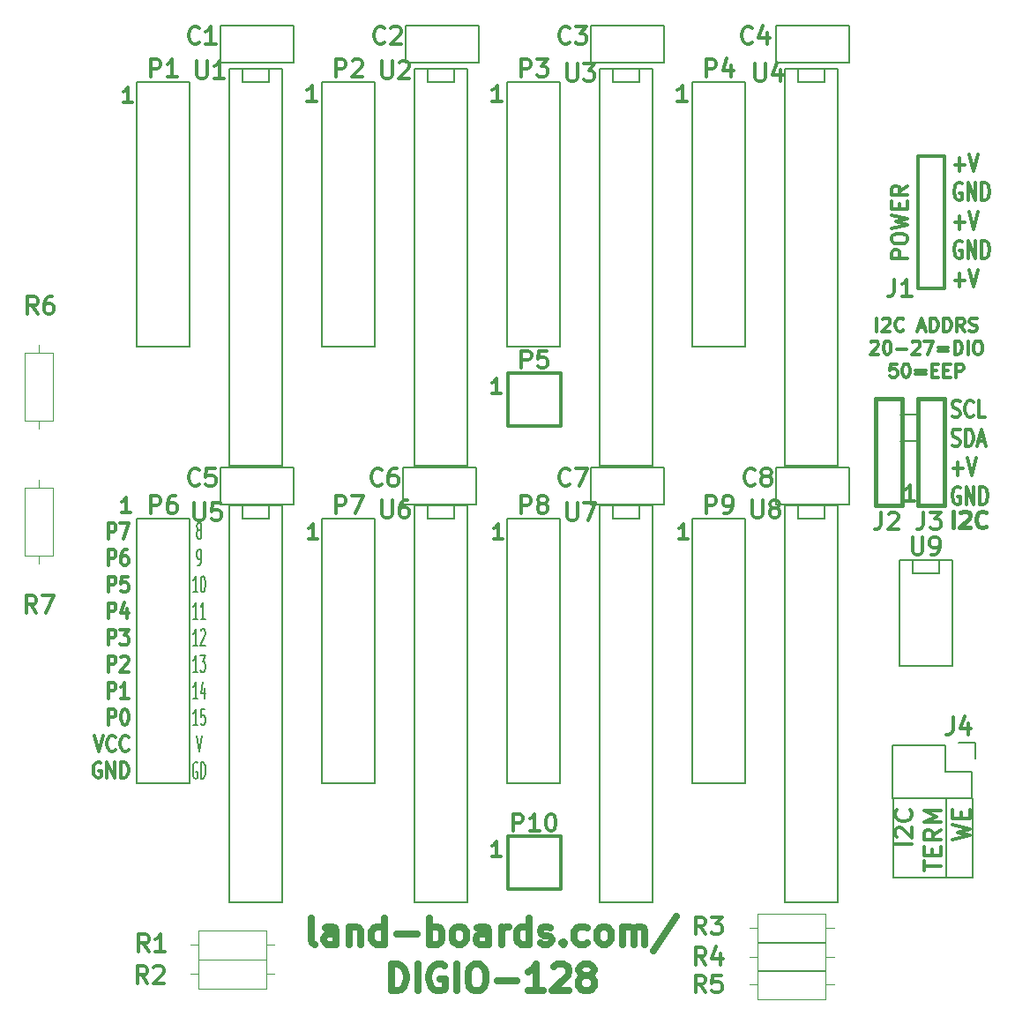
<source format=gto>
G04 #@! TF.GenerationSoftware,KiCad,Pcbnew,(5.0.2)-1*
G04 #@! TF.CreationDate,2019-12-21T13:52:59-05:00*
G04 #@! TF.ProjectId,DIGIO-128,44494749-4f2d-4313-9238-2e6b69636164,X1*
G04 #@! TF.SameCoordinates,Original*
G04 #@! TF.FileFunction,Legend,Top*
G04 #@! TF.FilePolarity,Positive*
%FSLAX46Y46*%
G04 Gerber Fmt 4.6, Leading zero omitted, Abs format (unit mm)*
G04 Created by KiCad (PCBNEW (5.0.2)-1) date 12/21/2019 1:52:59 PM*
%MOMM*%
%LPD*%
G01*
G04 APERTURE LIST*
%ADD10C,0.190500*%
%ADD11C,0.300000*%
%ADD12C,0.200000*%
%ADD13C,0.635000*%
%ADD14C,0.396875*%
%ADD15C,0.120000*%
%ADD16C,0.381000*%
%ADD17C,0.150000*%
%ADD18C,0.304800*%
%ADD19C,0.317500*%
G04 APERTURE END LIST*
D10*
X73587428Y-99323373D02*
X73514857Y-99248383D01*
X73478571Y-99173392D01*
X73442285Y-99023411D01*
X73442285Y-98948421D01*
X73478571Y-98798440D01*
X73514857Y-98723450D01*
X73587428Y-98648459D01*
X73732571Y-98648459D01*
X73805142Y-98723450D01*
X73841428Y-98798440D01*
X73877714Y-98948421D01*
X73877714Y-99023411D01*
X73841428Y-99173392D01*
X73805142Y-99248383D01*
X73732571Y-99323373D01*
X73587428Y-99323373D01*
X73514857Y-99398364D01*
X73478571Y-99473354D01*
X73442285Y-99623335D01*
X73442285Y-99923297D01*
X73478571Y-100073278D01*
X73514857Y-100148269D01*
X73587428Y-100223259D01*
X73732571Y-100223259D01*
X73805142Y-100148269D01*
X73841428Y-100073278D01*
X73877714Y-99923297D01*
X73877714Y-99623335D01*
X73841428Y-99473354D01*
X73805142Y-99398364D01*
X73732571Y-99323373D01*
X73514857Y-102775959D02*
X73660000Y-102775959D01*
X73732571Y-102700969D01*
X73768857Y-102625978D01*
X73841428Y-102401007D01*
X73877714Y-102101045D01*
X73877714Y-101501121D01*
X73841428Y-101351140D01*
X73805142Y-101276150D01*
X73732571Y-101201159D01*
X73587428Y-101201159D01*
X73514857Y-101276150D01*
X73478571Y-101351140D01*
X73442285Y-101501121D01*
X73442285Y-101876073D01*
X73478571Y-102026054D01*
X73514857Y-102101045D01*
X73587428Y-102176035D01*
X73732571Y-102176035D01*
X73805142Y-102101045D01*
X73841428Y-102026054D01*
X73877714Y-101876073D01*
X73514857Y-105328659D02*
X73079428Y-105328659D01*
X73297142Y-105328659D02*
X73297142Y-103753859D01*
X73224571Y-103978830D01*
X73152000Y-104128811D01*
X73079428Y-104203802D01*
X73986571Y-103753859D02*
X74059142Y-103753859D01*
X74131714Y-103828850D01*
X74168000Y-103903840D01*
X74204285Y-104053821D01*
X74240571Y-104353783D01*
X74240571Y-104728735D01*
X74204285Y-105028697D01*
X74168000Y-105178678D01*
X74131714Y-105253669D01*
X74059142Y-105328659D01*
X73986571Y-105328659D01*
X73914000Y-105253669D01*
X73877714Y-105178678D01*
X73841428Y-105028697D01*
X73805142Y-104728735D01*
X73805142Y-104353783D01*
X73841428Y-104053821D01*
X73877714Y-103903840D01*
X73914000Y-103828850D01*
X73986571Y-103753859D01*
X73514857Y-107881359D02*
X73079428Y-107881359D01*
X73297142Y-107881359D02*
X73297142Y-106306559D01*
X73224571Y-106531530D01*
X73152000Y-106681511D01*
X73079428Y-106756502D01*
X74240571Y-107881359D02*
X73805142Y-107881359D01*
X74022857Y-107881359D02*
X74022857Y-106306559D01*
X73950285Y-106531530D01*
X73877714Y-106681511D01*
X73805142Y-106756502D01*
X73514857Y-110434059D02*
X73079428Y-110434059D01*
X73297142Y-110434059D02*
X73297142Y-108859259D01*
X73224571Y-109084230D01*
X73152000Y-109234211D01*
X73079428Y-109309202D01*
X73805142Y-109009240D02*
X73841428Y-108934250D01*
X73914000Y-108859259D01*
X74095428Y-108859259D01*
X74168000Y-108934250D01*
X74204285Y-109009240D01*
X74240571Y-109159221D01*
X74240571Y-109309202D01*
X74204285Y-109534173D01*
X73768857Y-110434059D01*
X74240571Y-110434059D01*
X73514857Y-112986759D02*
X73079428Y-112986759D01*
X73297142Y-112986759D02*
X73297142Y-111411959D01*
X73224571Y-111636930D01*
X73152000Y-111786911D01*
X73079428Y-111861902D01*
X73768857Y-111411959D02*
X74240571Y-111411959D01*
X73986571Y-112011883D01*
X74095428Y-112011883D01*
X74168000Y-112086873D01*
X74204285Y-112161864D01*
X74240571Y-112311845D01*
X74240571Y-112686797D01*
X74204285Y-112836778D01*
X74168000Y-112911769D01*
X74095428Y-112986759D01*
X73877714Y-112986759D01*
X73805142Y-112911769D01*
X73768857Y-112836778D01*
X73514857Y-115539459D02*
X73079428Y-115539459D01*
X73297142Y-115539459D02*
X73297142Y-113964659D01*
X73224571Y-114189630D01*
X73152000Y-114339611D01*
X73079428Y-114414602D01*
X74168000Y-114489592D02*
X74168000Y-115539459D01*
X73986571Y-113889669D02*
X73805142Y-115014526D01*
X74276857Y-115014526D01*
X73514857Y-118092159D02*
X73079428Y-118092159D01*
X73297142Y-118092159D02*
X73297142Y-116517359D01*
X73224571Y-116742330D01*
X73152000Y-116892311D01*
X73079428Y-116967302D01*
X74204285Y-116517359D02*
X73841428Y-116517359D01*
X73805142Y-117267264D01*
X73841428Y-117192273D01*
X73914000Y-117117283D01*
X74095428Y-117117283D01*
X74168000Y-117192273D01*
X74204285Y-117267264D01*
X74240571Y-117417245D01*
X74240571Y-117792197D01*
X74204285Y-117942178D01*
X74168000Y-118017169D01*
X74095428Y-118092159D01*
X73914000Y-118092159D01*
X73841428Y-118017169D01*
X73805142Y-117942178D01*
X73406000Y-119070059D02*
X73660000Y-120644859D01*
X73914000Y-119070059D01*
X73478571Y-121697750D02*
X73406000Y-121622759D01*
X73297142Y-121622759D01*
X73188285Y-121697750D01*
X73115714Y-121847730D01*
X73079428Y-121997711D01*
X73043142Y-122297673D01*
X73043142Y-122522645D01*
X73079428Y-122822607D01*
X73115714Y-122972588D01*
X73188285Y-123122569D01*
X73297142Y-123197559D01*
X73369714Y-123197559D01*
X73478571Y-123122569D01*
X73514857Y-123047578D01*
X73514857Y-122522645D01*
X73369714Y-122522645D01*
X73841428Y-123197559D02*
X73841428Y-121622759D01*
X74022857Y-121622759D01*
X74131714Y-121697750D01*
X74204285Y-121847730D01*
X74240571Y-121997711D01*
X74276857Y-122297673D01*
X74276857Y-122522645D01*
X74240571Y-122822607D01*
X74204285Y-122972588D01*
X74131714Y-123122569D01*
X74022857Y-123197559D01*
X73841428Y-123197559D01*
D11*
X64937857Y-100210388D02*
X64937857Y-98711788D01*
X65421666Y-98711788D01*
X65542619Y-98783150D01*
X65603095Y-98854511D01*
X65663571Y-98997235D01*
X65663571Y-99211321D01*
X65603095Y-99354045D01*
X65542619Y-99425407D01*
X65421666Y-99496769D01*
X64937857Y-99496769D01*
X66086904Y-98711788D02*
X66933571Y-98711788D01*
X66389285Y-100210388D01*
X64937857Y-102758288D02*
X64937857Y-101259688D01*
X65421666Y-101259688D01*
X65542619Y-101331050D01*
X65603095Y-101402411D01*
X65663571Y-101545135D01*
X65663571Y-101759221D01*
X65603095Y-101901945D01*
X65542619Y-101973307D01*
X65421666Y-102044669D01*
X64937857Y-102044669D01*
X66752142Y-101259688D02*
X66510238Y-101259688D01*
X66389285Y-101331050D01*
X66328809Y-101402411D01*
X66207857Y-101616497D01*
X66147380Y-101901945D01*
X66147380Y-102472840D01*
X66207857Y-102615564D01*
X66268333Y-102686926D01*
X66389285Y-102758288D01*
X66631190Y-102758288D01*
X66752142Y-102686926D01*
X66812619Y-102615564D01*
X66873095Y-102472840D01*
X66873095Y-102116030D01*
X66812619Y-101973307D01*
X66752142Y-101901945D01*
X66631190Y-101830583D01*
X66389285Y-101830583D01*
X66268333Y-101901945D01*
X66207857Y-101973307D01*
X66147380Y-102116030D01*
X64937857Y-105306188D02*
X64937857Y-103807588D01*
X65421666Y-103807588D01*
X65542619Y-103878950D01*
X65603095Y-103950311D01*
X65663571Y-104093035D01*
X65663571Y-104307121D01*
X65603095Y-104449845D01*
X65542619Y-104521207D01*
X65421666Y-104592569D01*
X64937857Y-104592569D01*
X66812619Y-103807588D02*
X66207857Y-103807588D01*
X66147380Y-104521207D01*
X66207857Y-104449845D01*
X66328809Y-104378483D01*
X66631190Y-104378483D01*
X66752142Y-104449845D01*
X66812619Y-104521207D01*
X66873095Y-104663930D01*
X66873095Y-105020740D01*
X66812619Y-105163464D01*
X66752142Y-105234826D01*
X66631190Y-105306188D01*
X66328809Y-105306188D01*
X66207857Y-105234826D01*
X66147380Y-105163464D01*
X64937857Y-107854088D02*
X64937857Y-106355488D01*
X65421666Y-106355488D01*
X65542619Y-106426850D01*
X65603095Y-106498211D01*
X65663571Y-106640935D01*
X65663571Y-106855021D01*
X65603095Y-106997745D01*
X65542619Y-107069107D01*
X65421666Y-107140469D01*
X64937857Y-107140469D01*
X66752142Y-106855021D02*
X66752142Y-107854088D01*
X66449761Y-106284126D02*
X66147380Y-107354554D01*
X66933571Y-107354554D01*
X64937857Y-110401988D02*
X64937857Y-108903388D01*
X65421666Y-108903388D01*
X65542619Y-108974750D01*
X65603095Y-109046111D01*
X65663571Y-109188835D01*
X65663571Y-109402921D01*
X65603095Y-109545645D01*
X65542619Y-109617007D01*
X65421666Y-109688369D01*
X64937857Y-109688369D01*
X66086904Y-108903388D02*
X66873095Y-108903388D01*
X66449761Y-109474283D01*
X66631190Y-109474283D01*
X66752142Y-109545645D01*
X66812619Y-109617007D01*
X66873095Y-109759730D01*
X66873095Y-110116540D01*
X66812619Y-110259264D01*
X66752142Y-110330626D01*
X66631190Y-110401988D01*
X66268333Y-110401988D01*
X66147380Y-110330626D01*
X66086904Y-110259264D01*
X64937857Y-112949888D02*
X64937857Y-111451288D01*
X65421666Y-111451288D01*
X65542619Y-111522650D01*
X65603095Y-111594011D01*
X65663571Y-111736735D01*
X65663571Y-111950821D01*
X65603095Y-112093545D01*
X65542619Y-112164907D01*
X65421666Y-112236269D01*
X64937857Y-112236269D01*
X66147380Y-111594011D02*
X66207857Y-111522650D01*
X66328809Y-111451288D01*
X66631190Y-111451288D01*
X66752142Y-111522650D01*
X66812619Y-111594011D01*
X66873095Y-111736735D01*
X66873095Y-111879459D01*
X66812619Y-112093545D01*
X66086904Y-112949888D01*
X66873095Y-112949888D01*
X64937857Y-115497788D02*
X64937857Y-113999188D01*
X65421666Y-113999188D01*
X65542619Y-114070550D01*
X65603095Y-114141911D01*
X65663571Y-114284635D01*
X65663571Y-114498721D01*
X65603095Y-114641445D01*
X65542619Y-114712807D01*
X65421666Y-114784169D01*
X64937857Y-114784169D01*
X66873095Y-115497788D02*
X66147380Y-115497788D01*
X66510238Y-115497788D02*
X66510238Y-113999188D01*
X66389285Y-114213273D01*
X66268333Y-114355997D01*
X66147380Y-114427359D01*
X64937857Y-118045688D02*
X64937857Y-116547088D01*
X65421666Y-116547088D01*
X65542619Y-116618450D01*
X65603095Y-116689811D01*
X65663571Y-116832535D01*
X65663571Y-117046621D01*
X65603095Y-117189345D01*
X65542619Y-117260707D01*
X65421666Y-117332069D01*
X64937857Y-117332069D01*
X66449761Y-116547088D02*
X66570714Y-116547088D01*
X66691666Y-116618450D01*
X66752142Y-116689811D01*
X66812619Y-116832535D01*
X66873095Y-117117983D01*
X66873095Y-117474792D01*
X66812619Y-117760240D01*
X66752142Y-117902964D01*
X66691666Y-117974326D01*
X66570714Y-118045688D01*
X66449761Y-118045688D01*
X66328809Y-117974326D01*
X66268333Y-117902964D01*
X66207857Y-117760240D01*
X66147380Y-117474792D01*
X66147380Y-117117983D01*
X66207857Y-116832535D01*
X66268333Y-116689811D01*
X66328809Y-116618450D01*
X66449761Y-116547088D01*
X63607380Y-119094988D02*
X64030714Y-120593588D01*
X64454047Y-119094988D01*
X65603095Y-120450864D02*
X65542619Y-120522226D01*
X65361190Y-120593588D01*
X65240238Y-120593588D01*
X65058809Y-120522226D01*
X64937857Y-120379502D01*
X64877380Y-120236778D01*
X64816904Y-119951330D01*
X64816904Y-119737245D01*
X64877380Y-119451797D01*
X64937857Y-119309073D01*
X65058809Y-119166350D01*
X65240238Y-119094988D01*
X65361190Y-119094988D01*
X65542619Y-119166350D01*
X65603095Y-119237711D01*
X66873095Y-120450864D02*
X66812619Y-120522226D01*
X66631190Y-120593588D01*
X66510238Y-120593588D01*
X66328809Y-120522226D01*
X66207857Y-120379502D01*
X66147380Y-120236778D01*
X66086904Y-119951330D01*
X66086904Y-119737245D01*
X66147380Y-119451797D01*
X66207857Y-119309073D01*
X66328809Y-119166350D01*
X66510238Y-119094988D01*
X66631190Y-119094988D01*
X66812619Y-119166350D01*
X66873095Y-119237711D01*
X64212142Y-121714250D02*
X64091190Y-121642888D01*
X63909761Y-121642888D01*
X63728333Y-121714250D01*
X63607380Y-121856973D01*
X63546904Y-121999697D01*
X63486428Y-122285145D01*
X63486428Y-122499230D01*
X63546904Y-122784678D01*
X63607380Y-122927402D01*
X63728333Y-123070126D01*
X63909761Y-123141488D01*
X64030714Y-123141488D01*
X64212142Y-123070126D01*
X64272619Y-122998764D01*
X64272619Y-122499230D01*
X64030714Y-122499230D01*
X64816904Y-123141488D02*
X64816904Y-121642888D01*
X65542619Y-123141488D01*
X65542619Y-121642888D01*
X66147380Y-123141488D02*
X66147380Y-121642888D01*
X66449761Y-121642888D01*
X66631190Y-121714250D01*
X66752142Y-121856973D01*
X66812619Y-121999697D01*
X66873095Y-122285145D01*
X66873095Y-122499230D01*
X66812619Y-122784678D01*
X66752142Y-122927402D01*
X66631190Y-123070126D01*
X66449761Y-123141488D01*
X66147380Y-123141488D01*
X102643285Y-130726571D02*
X101786142Y-130726571D01*
X102214714Y-130726571D02*
X102214714Y-129226571D01*
X102071857Y-129440857D01*
X101929000Y-129583714D01*
X101786142Y-129655142D01*
X102643285Y-86276571D02*
X101786142Y-86276571D01*
X102214714Y-86276571D02*
X102214714Y-84776571D01*
X102071857Y-84990857D01*
X101929000Y-85133714D01*
X101786142Y-85205142D01*
D12*
X140970000Y-90805000D02*
X142875000Y-90805000D01*
X140970000Y-88265000D02*
X142875000Y-88265000D01*
X140335000Y-132715000D02*
X140335000Y-125095000D01*
X147955000Y-132715000D02*
X140335000Y-132715000D01*
D11*
X142115380Y-129541476D02*
X140464380Y-129541476D01*
X140621619Y-128833904D02*
X140543000Y-128755285D01*
X140464380Y-128598047D01*
X140464380Y-128204952D01*
X140543000Y-128047714D01*
X140621619Y-127969095D01*
X140778857Y-127890476D01*
X140936095Y-127890476D01*
X141171952Y-127969095D01*
X142115380Y-128912523D01*
X142115380Y-127890476D01*
X141958142Y-126239476D02*
X142036761Y-126318095D01*
X142115380Y-126553952D01*
X142115380Y-126711190D01*
X142036761Y-126947047D01*
X141879523Y-127104285D01*
X141722285Y-127182904D01*
X141407809Y-127261523D01*
X141171952Y-127261523D01*
X140857476Y-127182904D01*
X140700238Y-127104285D01*
X140543000Y-126947047D01*
X140464380Y-126711190D01*
X140464380Y-126553952D01*
X140543000Y-126318095D01*
X140621619Y-126239476D01*
X143240880Y-132057285D02*
X143240880Y-131113857D01*
X144891880Y-131585571D02*
X143240880Y-131585571D01*
X144027071Y-130563523D02*
X144027071Y-130013190D01*
X144891880Y-129777333D02*
X144891880Y-130563523D01*
X143240880Y-130563523D01*
X143240880Y-129777333D01*
X144891880Y-128126333D02*
X144105690Y-128676666D01*
X144891880Y-129069761D02*
X143240880Y-129069761D01*
X143240880Y-128440809D01*
X143319500Y-128283571D01*
X143398119Y-128204952D01*
X143555357Y-128126333D01*
X143791214Y-128126333D01*
X143948452Y-128204952D01*
X144027071Y-128283571D01*
X144105690Y-128440809D01*
X144105690Y-129069761D01*
X144891880Y-127418761D02*
X143240880Y-127418761D01*
X144420166Y-126868428D01*
X143240880Y-126318095D01*
X144891880Y-126318095D01*
X146017380Y-129069761D02*
X147668380Y-128676666D01*
X146489095Y-128362190D01*
X147668380Y-128047714D01*
X146017380Y-127654619D01*
X146803571Y-127025666D02*
X146803571Y-126475333D01*
X147668380Y-126239476D02*
X147668380Y-127025666D01*
X146017380Y-127025666D01*
X146017380Y-126239476D01*
D12*
X147955000Y-132715000D02*
X147955000Y-125095000D01*
X145415000Y-125095000D02*
X145415000Y-132715000D01*
D11*
X141648571Y-73314285D02*
X140148571Y-73314285D01*
X140148571Y-72742857D01*
X140220000Y-72600000D01*
X140291428Y-72528571D01*
X140434285Y-72457142D01*
X140648571Y-72457142D01*
X140791428Y-72528571D01*
X140862857Y-72600000D01*
X140934285Y-72742857D01*
X140934285Y-73314285D01*
X140148571Y-71528571D02*
X140148571Y-71242857D01*
X140220000Y-71100000D01*
X140362857Y-70957142D01*
X140648571Y-70885714D01*
X141148571Y-70885714D01*
X141434285Y-70957142D01*
X141577142Y-71100000D01*
X141648571Y-71242857D01*
X141648571Y-71528571D01*
X141577142Y-71671428D01*
X141434285Y-71814285D01*
X141148571Y-71885714D01*
X140648571Y-71885714D01*
X140362857Y-71814285D01*
X140220000Y-71671428D01*
X140148571Y-71528571D01*
X140148571Y-70385714D02*
X141648571Y-70028571D01*
X140577142Y-69742857D01*
X141648571Y-69457142D01*
X140148571Y-69100000D01*
X140862857Y-68528571D02*
X140862857Y-68028571D01*
X141648571Y-67814285D02*
X141648571Y-68528571D01*
X140148571Y-68528571D01*
X140148571Y-67814285D01*
X141648571Y-66314285D02*
X140934285Y-66814285D01*
X141648571Y-67171428D02*
X140148571Y-67171428D01*
X140148571Y-66600000D01*
X140220000Y-66457142D01*
X140291428Y-66385714D01*
X140434285Y-66314285D01*
X140648571Y-66314285D01*
X140791428Y-66385714D01*
X140862857Y-66457142D01*
X140934285Y-66600000D01*
X140934285Y-67171428D01*
X146208380Y-64282928D02*
X147176000Y-64282928D01*
X146692190Y-64911880D02*
X146692190Y-63653976D01*
X147599333Y-63260880D02*
X148022666Y-64911880D01*
X148446000Y-63260880D01*
X146873619Y-66116000D02*
X146752666Y-66037380D01*
X146571238Y-66037380D01*
X146389809Y-66116000D01*
X146268857Y-66273238D01*
X146208380Y-66430476D01*
X146147904Y-66744952D01*
X146147904Y-66980809D01*
X146208380Y-67295285D01*
X146268857Y-67452523D01*
X146389809Y-67609761D01*
X146571238Y-67688380D01*
X146692190Y-67688380D01*
X146873619Y-67609761D01*
X146934095Y-67531142D01*
X146934095Y-66980809D01*
X146692190Y-66980809D01*
X147478380Y-67688380D02*
X147478380Y-66037380D01*
X148204095Y-67688380D01*
X148204095Y-66037380D01*
X148808857Y-67688380D02*
X148808857Y-66037380D01*
X149111238Y-66037380D01*
X149292666Y-66116000D01*
X149413619Y-66273238D01*
X149474095Y-66430476D01*
X149534571Y-66744952D01*
X149534571Y-66980809D01*
X149474095Y-67295285D01*
X149413619Y-67452523D01*
X149292666Y-67609761D01*
X149111238Y-67688380D01*
X148808857Y-67688380D01*
X146208380Y-69835928D02*
X147176000Y-69835928D01*
X146692190Y-70464880D02*
X146692190Y-69206976D01*
X147599333Y-68813880D02*
X148022666Y-70464880D01*
X148446000Y-68813880D01*
X146873619Y-71669000D02*
X146752666Y-71590380D01*
X146571238Y-71590380D01*
X146389809Y-71669000D01*
X146268857Y-71826238D01*
X146208380Y-71983476D01*
X146147904Y-72297952D01*
X146147904Y-72533809D01*
X146208380Y-72848285D01*
X146268857Y-73005523D01*
X146389809Y-73162761D01*
X146571238Y-73241380D01*
X146692190Y-73241380D01*
X146873619Y-73162761D01*
X146934095Y-73084142D01*
X146934095Y-72533809D01*
X146692190Y-72533809D01*
X147478380Y-73241380D02*
X147478380Y-71590380D01*
X148204095Y-73241380D01*
X148204095Y-71590380D01*
X148808857Y-73241380D02*
X148808857Y-71590380D01*
X149111238Y-71590380D01*
X149292666Y-71669000D01*
X149413619Y-71826238D01*
X149474095Y-71983476D01*
X149534571Y-72297952D01*
X149534571Y-72533809D01*
X149474095Y-72848285D01*
X149413619Y-73005523D01*
X149292666Y-73162761D01*
X149111238Y-73241380D01*
X148808857Y-73241380D01*
X146208380Y-75388928D02*
X147176000Y-75388928D01*
X146692190Y-76017880D02*
X146692190Y-74759976D01*
X147599333Y-74366880D02*
X148022666Y-76017880D01*
X148446000Y-74366880D01*
X120592285Y-100241571D02*
X119735142Y-100241571D01*
X120163714Y-100241571D02*
X120163714Y-98741571D01*
X120020857Y-98955857D01*
X119878000Y-99098714D01*
X119735142Y-99170142D01*
X102812285Y-100241571D02*
X101955142Y-100241571D01*
X102383714Y-100241571D02*
X102383714Y-98741571D01*
X102240857Y-98955857D01*
X102098000Y-99098714D01*
X101955142Y-99170142D01*
X85032285Y-100241571D02*
X84175142Y-100241571D01*
X84603714Y-100241571D02*
X84603714Y-98741571D01*
X84460857Y-98955857D01*
X84318000Y-99098714D01*
X84175142Y-99170142D01*
X67083285Y-97706571D02*
X66226142Y-97706571D01*
X66654714Y-97706571D02*
X66654714Y-96206571D01*
X66511857Y-96420857D01*
X66369000Y-96563714D01*
X66226142Y-96635142D01*
X120465285Y-58204571D02*
X119608142Y-58204571D01*
X120036714Y-58204571D02*
X120036714Y-56704571D01*
X119893857Y-56918857D01*
X119751000Y-57061714D01*
X119608142Y-57133142D01*
X102685285Y-58204571D02*
X101828142Y-58204571D01*
X102256714Y-58204571D02*
X102256714Y-56704571D01*
X102113857Y-56918857D01*
X101971000Y-57061714D01*
X101828142Y-57133142D01*
X84905285Y-58204571D02*
X84048142Y-58204571D01*
X84476714Y-58204571D02*
X84476714Y-56704571D01*
X84333857Y-56918857D01*
X84191000Y-57061714D01*
X84048142Y-57133142D01*
X67252285Y-58331571D02*
X66395142Y-58331571D01*
X66823714Y-58331571D02*
X66823714Y-56831571D01*
X66680857Y-57045857D01*
X66538000Y-57188714D01*
X66395142Y-57260142D01*
X142329571Y-96558571D02*
X141472428Y-96558571D01*
X141901000Y-96558571D02*
X141901000Y-95058571D01*
X141758142Y-95272857D01*
X141615285Y-95415714D01*
X141472428Y-95487142D01*
X138732380Y-80284523D02*
X138732380Y-79014523D01*
X139276666Y-79135476D02*
X139337142Y-79075000D01*
X139458095Y-79014523D01*
X139760476Y-79014523D01*
X139881428Y-79075000D01*
X139941904Y-79135476D01*
X140002380Y-79256428D01*
X140002380Y-79377380D01*
X139941904Y-79558809D01*
X139216190Y-80284523D01*
X140002380Y-80284523D01*
X141272380Y-80163571D02*
X141211904Y-80224047D01*
X141030476Y-80284523D01*
X140909523Y-80284523D01*
X140728095Y-80224047D01*
X140607142Y-80103095D01*
X140546666Y-79982142D01*
X140486190Y-79740238D01*
X140486190Y-79558809D01*
X140546666Y-79316904D01*
X140607142Y-79195952D01*
X140728095Y-79075000D01*
X140909523Y-79014523D01*
X141030476Y-79014523D01*
X141211904Y-79075000D01*
X141272380Y-79135476D01*
X142723809Y-79921666D02*
X143328571Y-79921666D01*
X142602857Y-80284523D02*
X143026190Y-79014523D01*
X143449523Y-80284523D01*
X143872857Y-80284523D02*
X143872857Y-79014523D01*
X144175238Y-79014523D01*
X144356666Y-79075000D01*
X144477619Y-79195952D01*
X144538095Y-79316904D01*
X144598571Y-79558809D01*
X144598571Y-79740238D01*
X144538095Y-79982142D01*
X144477619Y-80103095D01*
X144356666Y-80224047D01*
X144175238Y-80284523D01*
X143872857Y-80284523D01*
X145142857Y-80284523D02*
X145142857Y-79014523D01*
X145445238Y-79014523D01*
X145626666Y-79075000D01*
X145747619Y-79195952D01*
X145808095Y-79316904D01*
X145868571Y-79558809D01*
X145868571Y-79740238D01*
X145808095Y-79982142D01*
X145747619Y-80103095D01*
X145626666Y-80224047D01*
X145445238Y-80284523D01*
X145142857Y-80284523D01*
X147138571Y-80284523D02*
X146715238Y-79679761D01*
X146412857Y-80284523D02*
X146412857Y-79014523D01*
X146896666Y-79014523D01*
X147017619Y-79075000D01*
X147078095Y-79135476D01*
X147138571Y-79256428D01*
X147138571Y-79437857D01*
X147078095Y-79558809D01*
X147017619Y-79619285D01*
X146896666Y-79679761D01*
X146412857Y-79679761D01*
X147622380Y-80224047D02*
X147803809Y-80284523D01*
X148106190Y-80284523D01*
X148227142Y-80224047D01*
X148287619Y-80163571D01*
X148348095Y-80042619D01*
X148348095Y-79921666D01*
X148287619Y-79800714D01*
X148227142Y-79740238D01*
X148106190Y-79679761D01*
X147864285Y-79619285D01*
X147743333Y-79558809D01*
X147682857Y-79498333D01*
X147622380Y-79377380D01*
X147622380Y-79256428D01*
X147682857Y-79135476D01*
X147743333Y-79075000D01*
X147864285Y-79014523D01*
X148166666Y-79014523D01*
X148348095Y-79075000D01*
X138157857Y-81340476D02*
X138218333Y-81280000D01*
X138339285Y-81219523D01*
X138641666Y-81219523D01*
X138762619Y-81280000D01*
X138823095Y-81340476D01*
X138883571Y-81461428D01*
X138883571Y-81582380D01*
X138823095Y-81763809D01*
X138097380Y-82489523D01*
X138883571Y-82489523D01*
X139669761Y-81219523D02*
X139790714Y-81219523D01*
X139911666Y-81280000D01*
X139972142Y-81340476D01*
X140032619Y-81461428D01*
X140093095Y-81703333D01*
X140093095Y-82005714D01*
X140032619Y-82247619D01*
X139972142Y-82368571D01*
X139911666Y-82429047D01*
X139790714Y-82489523D01*
X139669761Y-82489523D01*
X139548809Y-82429047D01*
X139488333Y-82368571D01*
X139427857Y-82247619D01*
X139367380Y-82005714D01*
X139367380Y-81703333D01*
X139427857Y-81461428D01*
X139488333Y-81340476D01*
X139548809Y-81280000D01*
X139669761Y-81219523D01*
X140637380Y-82005714D02*
X141605000Y-82005714D01*
X142149285Y-81340476D02*
X142209761Y-81280000D01*
X142330714Y-81219523D01*
X142633095Y-81219523D01*
X142754047Y-81280000D01*
X142814523Y-81340476D01*
X142875000Y-81461428D01*
X142875000Y-81582380D01*
X142814523Y-81763809D01*
X142088809Y-82489523D01*
X142875000Y-82489523D01*
X143298333Y-81219523D02*
X144145000Y-81219523D01*
X143600714Y-82489523D01*
X144628809Y-81824285D02*
X145596428Y-81824285D01*
X145596428Y-82187142D02*
X144628809Y-82187142D01*
X146201190Y-82489523D02*
X146201190Y-81219523D01*
X146503571Y-81219523D01*
X146685000Y-81280000D01*
X146805952Y-81400952D01*
X146866428Y-81521904D01*
X146926904Y-81763809D01*
X146926904Y-81945238D01*
X146866428Y-82187142D01*
X146805952Y-82308095D01*
X146685000Y-82429047D01*
X146503571Y-82489523D01*
X146201190Y-82489523D01*
X147471190Y-82489523D02*
X147471190Y-81219523D01*
X148317857Y-81219523D02*
X148559761Y-81219523D01*
X148680714Y-81280000D01*
X148801666Y-81400952D01*
X148862142Y-81642857D01*
X148862142Y-82066190D01*
X148801666Y-82308095D01*
X148680714Y-82429047D01*
X148559761Y-82489523D01*
X148317857Y-82489523D01*
X148196904Y-82429047D01*
X148075952Y-82308095D01*
X148015476Y-82066190D01*
X148015476Y-81642857D01*
X148075952Y-81400952D01*
X148196904Y-81280000D01*
X148317857Y-81219523D01*
X140637380Y-83424523D02*
X140032619Y-83424523D01*
X139972142Y-84029285D01*
X140032619Y-83968809D01*
X140153571Y-83908333D01*
X140455952Y-83908333D01*
X140576904Y-83968809D01*
X140637380Y-84029285D01*
X140697857Y-84150238D01*
X140697857Y-84452619D01*
X140637380Y-84573571D01*
X140576904Y-84634047D01*
X140455952Y-84694523D01*
X140153571Y-84694523D01*
X140032619Y-84634047D01*
X139972142Y-84573571D01*
X141484047Y-83424523D02*
X141605000Y-83424523D01*
X141725952Y-83485000D01*
X141786428Y-83545476D01*
X141846904Y-83666428D01*
X141907380Y-83908333D01*
X141907380Y-84210714D01*
X141846904Y-84452619D01*
X141786428Y-84573571D01*
X141725952Y-84634047D01*
X141605000Y-84694523D01*
X141484047Y-84694523D01*
X141363095Y-84634047D01*
X141302619Y-84573571D01*
X141242142Y-84452619D01*
X141181666Y-84210714D01*
X141181666Y-83908333D01*
X141242142Y-83666428D01*
X141302619Y-83545476D01*
X141363095Y-83485000D01*
X141484047Y-83424523D01*
X142451666Y-84029285D02*
X143419285Y-84029285D01*
X143419285Y-84392142D02*
X142451666Y-84392142D01*
X144024047Y-84029285D02*
X144447380Y-84029285D01*
X144628809Y-84694523D02*
X144024047Y-84694523D01*
X144024047Y-83424523D01*
X144628809Y-83424523D01*
X145173095Y-84029285D02*
X145596428Y-84029285D01*
X145777857Y-84694523D02*
X145173095Y-84694523D01*
X145173095Y-83424523D01*
X145777857Y-83424523D01*
X146322142Y-84694523D02*
X146322142Y-83424523D01*
X146805952Y-83424523D01*
X146926904Y-83485000D01*
X146987380Y-83545476D01*
X147047857Y-83666428D01*
X147047857Y-83847857D01*
X146987380Y-83968809D01*
X146926904Y-84029285D01*
X146805952Y-84089761D01*
X146322142Y-84089761D01*
D13*
X84775190Y-139129547D02*
X84533285Y-139008595D01*
X84412333Y-138766690D01*
X84412333Y-136589547D01*
X86831380Y-139129547D02*
X86831380Y-137799071D01*
X86710428Y-137557166D01*
X86468523Y-137436214D01*
X85984714Y-137436214D01*
X85742809Y-137557166D01*
X86831380Y-139008595D02*
X86589476Y-139129547D01*
X85984714Y-139129547D01*
X85742809Y-139008595D01*
X85621857Y-138766690D01*
X85621857Y-138524785D01*
X85742809Y-138282880D01*
X85984714Y-138161928D01*
X86589476Y-138161928D01*
X86831380Y-138040976D01*
X88040904Y-137436214D02*
X88040904Y-139129547D01*
X88040904Y-137678119D02*
X88161857Y-137557166D01*
X88403761Y-137436214D01*
X88766619Y-137436214D01*
X89008523Y-137557166D01*
X89129476Y-137799071D01*
X89129476Y-139129547D01*
X91427571Y-139129547D02*
X91427571Y-136589547D01*
X91427571Y-139008595D02*
X91185666Y-139129547D01*
X90701857Y-139129547D01*
X90459952Y-139008595D01*
X90339000Y-138887642D01*
X90218047Y-138645738D01*
X90218047Y-137920023D01*
X90339000Y-137678119D01*
X90459952Y-137557166D01*
X90701857Y-137436214D01*
X91185666Y-137436214D01*
X91427571Y-137557166D01*
X92637095Y-138161928D02*
X94572333Y-138161928D01*
X95781857Y-139129547D02*
X95781857Y-136589547D01*
X95781857Y-137557166D02*
X96023761Y-137436214D01*
X96507571Y-137436214D01*
X96749476Y-137557166D01*
X96870428Y-137678119D01*
X96991380Y-137920023D01*
X96991380Y-138645738D01*
X96870428Y-138887642D01*
X96749476Y-139008595D01*
X96507571Y-139129547D01*
X96023761Y-139129547D01*
X95781857Y-139008595D01*
X98442809Y-139129547D02*
X98200904Y-139008595D01*
X98079952Y-138887642D01*
X97959000Y-138645738D01*
X97959000Y-137920023D01*
X98079952Y-137678119D01*
X98200904Y-137557166D01*
X98442809Y-137436214D01*
X98805666Y-137436214D01*
X99047571Y-137557166D01*
X99168523Y-137678119D01*
X99289476Y-137920023D01*
X99289476Y-138645738D01*
X99168523Y-138887642D01*
X99047571Y-139008595D01*
X98805666Y-139129547D01*
X98442809Y-139129547D01*
X101466619Y-139129547D02*
X101466619Y-137799071D01*
X101345666Y-137557166D01*
X101103761Y-137436214D01*
X100619952Y-137436214D01*
X100378047Y-137557166D01*
X101466619Y-139008595D02*
X101224714Y-139129547D01*
X100619952Y-139129547D01*
X100378047Y-139008595D01*
X100257095Y-138766690D01*
X100257095Y-138524785D01*
X100378047Y-138282880D01*
X100619952Y-138161928D01*
X101224714Y-138161928D01*
X101466619Y-138040976D01*
X102676142Y-139129547D02*
X102676142Y-137436214D01*
X102676142Y-137920023D02*
X102797095Y-137678119D01*
X102918047Y-137557166D01*
X103159952Y-137436214D01*
X103401857Y-137436214D01*
X105337095Y-139129547D02*
X105337095Y-136589547D01*
X105337095Y-139008595D02*
X105095190Y-139129547D01*
X104611380Y-139129547D01*
X104369476Y-139008595D01*
X104248523Y-138887642D01*
X104127571Y-138645738D01*
X104127571Y-137920023D01*
X104248523Y-137678119D01*
X104369476Y-137557166D01*
X104611380Y-137436214D01*
X105095190Y-137436214D01*
X105337095Y-137557166D01*
X106425666Y-139008595D02*
X106667571Y-139129547D01*
X107151380Y-139129547D01*
X107393285Y-139008595D01*
X107514238Y-138766690D01*
X107514238Y-138645738D01*
X107393285Y-138403833D01*
X107151380Y-138282880D01*
X106788523Y-138282880D01*
X106546619Y-138161928D01*
X106425666Y-137920023D01*
X106425666Y-137799071D01*
X106546619Y-137557166D01*
X106788523Y-137436214D01*
X107151380Y-137436214D01*
X107393285Y-137557166D01*
X108602809Y-138887642D02*
X108723761Y-139008595D01*
X108602809Y-139129547D01*
X108481857Y-139008595D01*
X108602809Y-138887642D01*
X108602809Y-139129547D01*
X110900904Y-139008595D02*
X110659000Y-139129547D01*
X110175190Y-139129547D01*
X109933285Y-139008595D01*
X109812333Y-138887642D01*
X109691380Y-138645738D01*
X109691380Y-137920023D01*
X109812333Y-137678119D01*
X109933285Y-137557166D01*
X110175190Y-137436214D01*
X110659000Y-137436214D01*
X110900904Y-137557166D01*
X112352333Y-139129547D02*
X112110428Y-139008595D01*
X111989476Y-138887642D01*
X111868523Y-138645738D01*
X111868523Y-137920023D01*
X111989476Y-137678119D01*
X112110428Y-137557166D01*
X112352333Y-137436214D01*
X112715190Y-137436214D01*
X112957095Y-137557166D01*
X113078047Y-137678119D01*
X113199000Y-137920023D01*
X113199000Y-138645738D01*
X113078047Y-138887642D01*
X112957095Y-139008595D01*
X112715190Y-139129547D01*
X112352333Y-139129547D01*
X114287571Y-139129547D02*
X114287571Y-137436214D01*
X114287571Y-137678119D02*
X114408523Y-137557166D01*
X114650428Y-137436214D01*
X115013285Y-137436214D01*
X115255190Y-137557166D01*
X115376142Y-137799071D01*
X115376142Y-139129547D01*
X115376142Y-137799071D02*
X115497095Y-137557166D01*
X115739000Y-137436214D01*
X116101857Y-137436214D01*
X116343761Y-137557166D01*
X116464714Y-137799071D01*
X116464714Y-139129547D01*
X119488523Y-136468595D02*
X117311380Y-139734309D01*
X92092809Y-143574547D02*
X92092809Y-141034547D01*
X92697571Y-141034547D01*
X93060428Y-141155500D01*
X93302333Y-141397404D01*
X93423285Y-141639309D01*
X93544238Y-142123119D01*
X93544238Y-142485976D01*
X93423285Y-142969785D01*
X93302333Y-143211690D01*
X93060428Y-143453595D01*
X92697571Y-143574547D01*
X92092809Y-143574547D01*
X94632809Y-143574547D02*
X94632809Y-141034547D01*
X97172809Y-141155500D02*
X96930904Y-141034547D01*
X96568047Y-141034547D01*
X96205190Y-141155500D01*
X95963285Y-141397404D01*
X95842333Y-141639309D01*
X95721380Y-142123119D01*
X95721380Y-142485976D01*
X95842333Y-142969785D01*
X95963285Y-143211690D01*
X96205190Y-143453595D01*
X96568047Y-143574547D01*
X96809952Y-143574547D01*
X97172809Y-143453595D01*
X97293761Y-143332642D01*
X97293761Y-142485976D01*
X96809952Y-142485976D01*
X98382333Y-143574547D02*
X98382333Y-141034547D01*
X100075666Y-141034547D02*
X100559476Y-141034547D01*
X100801380Y-141155500D01*
X101043285Y-141397404D01*
X101164238Y-141881214D01*
X101164238Y-142727880D01*
X101043285Y-143211690D01*
X100801380Y-143453595D01*
X100559476Y-143574547D01*
X100075666Y-143574547D01*
X99833761Y-143453595D01*
X99591857Y-143211690D01*
X99470904Y-142727880D01*
X99470904Y-141881214D01*
X99591857Y-141397404D01*
X99833761Y-141155500D01*
X100075666Y-141034547D01*
X102252809Y-142606928D02*
X104188047Y-142606928D01*
X106728047Y-143574547D02*
X105276619Y-143574547D01*
X106002333Y-143574547D02*
X106002333Y-141034547D01*
X105760428Y-141397404D01*
X105518523Y-141639309D01*
X105276619Y-141760261D01*
X107695666Y-141276452D02*
X107816619Y-141155500D01*
X108058523Y-141034547D01*
X108663285Y-141034547D01*
X108905190Y-141155500D01*
X109026142Y-141276452D01*
X109147095Y-141518357D01*
X109147095Y-141760261D01*
X109026142Y-142123119D01*
X107574714Y-143574547D01*
X109147095Y-143574547D01*
X110598523Y-142123119D02*
X110356619Y-142002166D01*
X110235666Y-141881214D01*
X110114714Y-141639309D01*
X110114714Y-141518357D01*
X110235666Y-141276452D01*
X110356619Y-141155500D01*
X110598523Y-141034547D01*
X111082333Y-141034547D01*
X111324238Y-141155500D01*
X111445190Y-141276452D01*
X111566142Y-141518357D01*
X111566142Y-141639309D01*
X111445190Y-141881214D01*
X111324238Y-142002166D01*
X111082333Y-142123119D01*
X110598523Y-142123119D01*
X110356619Y-142244071D01*
X110235666Y-142365023D01*
X110114714Y-142606928D01*
X110114714Y-143090738D01*
X110235666Y-143332642D01*
X110356619Y-143453595D01*
X110598523Y-143574547D01*
X111082333Y-143574547D01*
X111324238Y-143453595D01*
X111445190Y-143332642D01*
X111566142Y-143090738D01*
X111566142Y-142606928D01*
X111445190Y-142365023D01*
X111324238Y-142244071D01*
X111082333Y-142123119D01*
D14*
X146066297Y-99138154D02*
X146066297Y-97550654D01*
X146746654Y-97701845D02*
X146822250Y-97626250D01*
X146973440Y-97550654D01*
X147351416Y-97550654D01*
X147502607Y-97626250D01*
X147578202Y-97701845D01*
X147653797Y-97853035D01*
X147653797Y-98004226D01*
X147578202Y-98231011D01*
X146671059Y-99138154D01*
X147653797Y-99138154D01*
X149241297Y-98986964D02*
X149165702Y-99062559D01*
X148938916Y-99138154D01*
X148787726Y-99138154D01*
X148560940Y-99062559D01*
X148409750Y-98911369D01*
X148334154Y-98760178D01*
X148258559Y-98457797D01*
X148258559Y-98231011D01*
X148334154Y-97928630D01*
X148409750Y-97777440D01*
X148560940Y-97626250D01*
X148787726Y-97550654D01*
X148938916Y-97550654D01*
X149165702Y-97626250D01*
X149241297Y-97701845D01*
D11*
X145978904Y-88465511D02*
X146160333Y-88544130D01*
X146462714Y-88544130D01*
X146583666Y-88465511D01*
X146644142Y-88386892D01*
X146704619Y-88229654D01*
X146704619Y-88072416D01*
X146644142Y-87915178D01*
X146583666Y-87836559D01*
X146462714Y-87757940D01*
X146220809Y-87679321D01*
X146099857Y-87600702D01*
X146039380Y-87522083D01*
X145978904Y-87364845D01*
X145978904Y-87207607D01*
X146039380Y-87050369D01*
X146099857Y-86971750D01*
X146220809Y-86893130D01*
X146523190Y-86893130D01*
X146704619Y-86971750D01*
X147974619Y-88386892D02*
X147914142Y-88465511D01*
X147732714Y-88544130D01*
X147611761Y-88544130D01*
X147430333Y-88465511D01*
X147309380Y-88308273D01*
X147248904Y-88151035D01*
X147188428Y-87836559D01*
X147188428Y-87600702D01*
X147248904Y-87286226D01*
X147309380Y-87128988D01*
X147430333Y-86971750D01*
X147611761Y-86893130D01*
X147732714Y-86893130D01*
X147914142Y-86971750D01*
X147974619Y-87050369D01*
X149123666Y-88544130D02*
X148518904Y-88544130D01*
X148518904Y-86893130D01*
X145978904Y-91242011D02*
X146160333Y-91320630D01*
X146462714Y-91320630D01*
X146583666Y-91242011D01*
X146644142Y-91163392D01*
X146704619Y-91006154D01*
X146704619Y-90848916D01*
X146644142Y-90691678D01*
X146583666Y-90613059D01*
X146462714Y-90534440D01*
X146220809Y-90455821D01*
X146099857Y-90377202D01*
X146039380Y-90298583D01*
X145978904Y-90141345D01*
X145978904Y-89984107D01*
X146039380Y-89826869D01*
X146099857Y-89748250D01*
X146220809Y-89669630D01*
X146523190Y-89669630D01*
X146704619Y-89748250D01*
X147248904Y-91320630D02*
X147248904Y-89669630D01*
X147551285Y-89669630D01*
X147732714Y-89748250D01*
X147853666Y-89905488D01*
X147914142Y-90062726D01*
X147974619Y-90377202D01*
X147974619Y-90613059D01*
X147914142Y-90927535D01*
X147853666Y-91084773D01*
X147732714Y-91242011D01*
X147551285Y-91320630D01*
X147248904Y-91320630D01*
X148458428Y-90848916D02*
X149063190Y-90848916D01*
X148337476Y-91320630D02*
X148760809Y-89669630D01*
X149184142Y-91320630D01*
X146039380Y-93468178D02*
X147007000Y-93468178D01*
X146523190Y-94097130D02*
X146523190Y-92839226D01*
X147430333Y-92446130D02*
X147853666Y-94097130D01*
X148277000Y-92446130D01*
X146704619Y-95301250D02*
X146583666Y-95222630D01*
X146402238Y-95222630D01*
X146220809Y-95301250D01*
X146099857Y-95458488D01*
X146039380Y-95615726D01*
X145978904Y-95930202D01*
X145978904Y-96166059D01*
X146039380Y-96480535D01*
X146099857Y-96637773D01*
X146220809Y-96795011D01*
X146402238Y-96873630D01*
X146523190Y-96873630D01*
X146704619Y-96795011D01*
X146765095Y-96716392D01*
X146765095Y-96166059D01*
X146523190Y-96166059D01*
X147309380Y-96873630D02*
X147309380Y-95222630D01*
X148035095Y-96873630D01*
X148035095Y-95222630D01*
X148639857Y-96873630D02*
X148639857Y-95222630D01*
X148942238Y-95222630D01*
X149123666Y-95301250D01*
X149244619Y-95458488D01*
X149305095Y-95615726D01*
X149365571Y-95930202D01*
X149365571Y-96166059D01*
X149305095Y-96480535D01*
X149244619Y-96637773D01*
X149123666Y-96795011D01*
X148942238Y-96873630D01*
X148639857Y-96873630D01*
D15*
G04 #@! TO.C,R7*
X58293000Y-102592000D02*
X58293000Y-101822000D01*
X58293000Y-94512000D02*
X58293000Y-95282000D01*
X59663000Y-101822000D02*
X59663000Y-95282000D01*
X56923000Y-101822000D02*
X59663000Y-101822000D01*
X56923000Y-95282000D02*
X56923000Y-101822000D01*
X59663000Y-95282000D02*
X56923000Y-95282000D01*
D16*
G04 #@! TO.C,J2*
X138619320Y-97002680D02*
X138619320Y-86753780D01*
X138619320Y-86753780D02*
X141118680Y-86753780D01*
X138619320Y-97002680D02*
X141118680Y-97002680D01*
X141118680Y-97002680D02*
X141118680Y-86753780D01*
D17*
G04 #@! TO.C,P4*
X126120000Y-81750000D02*
X126120000Y-56350000D01*
X126120000Y-56350000D02*
X121040000Y-56350000D01*
X121040000Y-56350000D02*
X121040000Y-81750000D01*
X121040000Y-81750000D02*
X126120000Y-81750000D01*
G04 #@! TO.C,P3*
X108340000Y-81750000D02*
X108340000Y-56350000D01*
X108340000Y-56350000D02*
X103260000Y-56350000D01*
X103260000Y-56350000D02*
X103260000Y-81750000D01*
X103260000Y-81750000D02*
X108340000Y-81750000D01*
G04 #@! TO.C,P2*
X90560000Y-81750000D02*
X90560000Y-56350000D01*
X90560000Y-56350000D02*
X85480000Y-56350000D01*
X85480000Y-56350000D02*
X85480000Y-81750000D01*
X85480000Y-81750000D02*
X90560000Y-81750000D01*
G04 #@! TO.C,P1*
X72780000Y-81750000D02*
X72780000Y-56350000D01*
X72780000Y-56350000D02*
X67700000Y-56350000D01*
X67700000Y-56350000D02*
X67700000Y-81750000D01*
X67700000Y-81750000D02*
X72780000Y-81750000D01*
D16*
G04 #@! TO.C,J3*
X142683320Y-97002680D02*
X142683320Y-86753780D01*
X142683320Y-86753780D02*
X145182680Y-86753780D01*
X142683320Y-97002680D02*
X145182680Y-97002680D01*
X145182680Y-97002680D02*
X145182680Y-86753780D01*
D17*
G04 #@! TO.C,P7*
X90560000Y-123660000D02*
X90560000Y-98260000D01*
X90560000Y-98260000D02*
X85480000Y-98260000D01*
X85480000Y-98260000D02*
X85480000Y-123660000D01*
X85480000Y-123660000D02*
X90560000Y-123660000D01*
G04 #@! TO.C,P8*
X108340000Y-123660000D02*
X108340000Y-98260000D01*
X108340000Y-98260000D02*
X103260000Y-98260000D01*
X103260000Y-98260000D02*
X103260000Y-123660000D01*
X103260000Y-123660000D02*
X108340000Y-123660000D01*
G04 #@! TO.C,P9*
X126120000Y-123660000D02*
X126120000Y-98260000D01*
X126120000Y-98260000D02*
X121040000Y-98260000D01*
X121040000Y-98260000D02*
X121040000Y-123660000D01*
X121040000Y-123660000D02*
X126120000Y-123660000D01*
D18*
G04 #@! TO.C,P10*
X108373000Y-128773000D02*
X108373000Y-133853000D01*
X108373000Y-133853000D02*
X103293000Y-133853000D01*
X103293000Y-133853000D02*
X103293000Y-128773000D01*
X103293000Y-128773000D02*
X108373000Y-128773000D01*
G04 #@! TO.C,P5*
X108373000Y-84323000D02*
X108373000Y-89403000D01*
X108373000Y-89403000D02*
X103293000Y-89403000D01*
X103293000Y-89403000D02*
X103293000Y-84323000D01*
X103293000Y-84323000D02*
X108373000Y-84323000D01*
D17*
G04 #@! TO.C,P6*
X72780000Y-123660000D02*
X72780000Y-98260000D01*
X72780000Y-98260000D02*
X67700000Y-98260000D01*
X67700000Y-98260000D02*
X67700000Y-123660000D01*
X67700000Y-123660000D02*
X72780000Y-123660000D01*
D18*
G04 #@! TO.C,J1*
X142663000Y-76195000D02*
X145203000Y-76195000D01*
X145203000Y-63495000D02*
X142663000Y-63495000D01*
X142663000Y-76195000D02*
X142663000Y-63495000D01*
X145203000Y-63495000D02*
X145203000Y-76195000D01*
D17*
G04 #@! TO.C,U1*
X81670000Y-55080000D02*
X81670000Y-93180000D01*
X81670000Y-93180000D02*
X76590000Y-93180000D01*
X76590000Y-93180000D02*
X76590000Y-55080000D01*
X76590000Y-55080000D02*
X81670000Y-55080000D01*
X80400000Y-55080000D02*
X80400000Y-56350000D01*
X80400000Y-56350000D02*
X77860000Y-56350000D01*
X77860000Y-56350000D02*
X77860000Y-55080000D01*
G04 #@! TO.C,U2*
X99450000Y-55080000D02*
X99450000Y-93180000D01*
X99450000Y-93180000D02*
X94370000Y-93180000D01*
X94370000Y-93180000D02*
X94370000Y-55080000D01*
X94370000Y-55080000D02*
X99450000Y-55080000D01*
X98180000Y-55080000D02*
X98180000Y-56350000D01*
X98180000Y-56350000D02*
X95640000Y-56350000D01*
X95640000Y-56350000D02*
X95640000Y-55080000D01*
G04 #@! TO.C,U3*
X117230000Y-55080000D02*
X117230000Y-93180000D01*
X117230000Y-93180000D02*
X112150000Y-93180000D01*
X112150000Y-93180000D02*
X112150000Y-55080000D01*
X112150000Y-55080000D02*
X117230000Y-55080000D01*
X115960000Y-55080000D02*
X115960000Y-56350000D01*
X115960000Y-56350000D02*
X113420000Y-56350000D01*
X113420000Y-56350000D02*
X113420000Y-55080000D01*
G04 #@! TO.C,U4*
X135010000Y-55080000D02*
X135010000Y-93180000D01*
X135010000Y-93180000D02*
X129930000Y-93180000D01*
X129930000Y-93180000D02*
X129930000Y-55080000D01*
X129930000Y-55080000D02*
X135010000Y-55080000D01*
X133740000Y-55080000D02*
X133740000Y-56350000D01*
X133740000Y-56350000D02*
X131200000Y-56350000D01*
X131200000Y-56350000D02*
X131200000Y-55080000D01*
G04 #@! TO.C,U5*
X81670000Y-96990000D02*
X81670000Y-135090000D01*
X81670000Y-135090000D02*
X76590000Y-135090000D01*
X76590000Y-135090000D02*
X76590000Y-96990000D01*
X76590000Y-96990000D02*
X81670000Y-96990000D01*
X80400000Y-96990000D02*
X80400000Y-98260000D01*
X80400000Y-98260000D02*
X77860000Y-98260000D01*
X77860000Y-98260000D02*
X77860000Y-96990000D01*
G04 #@! TO.C,U6*
X99450000Y-96990000D02*
X99450000Y-135090000D01*
X99450000Y-135090000D02*
X94370000Y-135090000D01*
X94370000Y-135090000D02*
X94370000Y-96990000D01*
X94370000Y-96990000D02*
X99450000Y-96990000D01*
X98180000Y-96990000D02*
X98180000Y-98260000D01*
X98180000Y-98260000D02*
X95640000Y-98260000D01*
X95640000Y-98260000D02*
X95640000Y-96990000D01*
G04 #@! TO.C,U7*
X117230000Y-96990000D02*
X117230000Y-135090000D01*
X117230000Y-135090000D02*
X112150000Y-135090000D01*
X112150000Y-135090000D02*
X112150000Y-96990000D01*
X112150000Y-96990000D02*
X117230000Y-96990000D01*
X115960000Y-96990000D02*
X115960000Y-98260000D01*
X115960000Y-98260000D02*
X113420000Y-98260000D01*
X113420000Y-98260000D02*
X113420000Y-96990000D01*
G04 #@! TO.C,U8*
X135010000Y-96990000D02*
X135010000Y-135090000D01*
X135010000Y-135090000D02*
X129930000Y-135090000D01*
X129930000Y-135090000D02*
X129930000Y-96990000D01*
X129930000Y-96990000D02*
X135010000Y-96990000D01*
X133740000Y-96990000D02*
X133740000Y-98260000D01*
X133740000Y-98260000D02*
X131200000Y-98260000D01*
X131200000Y-98260000D02*
X131200000Y-96990000D01*
G04 #@! TO.C,U9*
X144695000Y-102230000D02*
X144695000Y-103500000D01*
X144695000Y-103500000D02*
X142155000Y-103500000D01*
X142155000Y-103500000D02*
X142155000Y-102230000D01*
X145965000Y-102230000D02*
X145965000Y-112390000D01*
X145965000Y-112390000D02*
X140885000Y-112390000D01*
X140885000Y-112390000D02*
X140885000Y-102230000D01*
X140885000Y-102230000D02*
X145965000Y-102230000D01*
G04 #@! TO.C,C1*
X75750000Y-50950000D02*
X82750000Y-50950000D01*
X82750000Y-50950000D02*
X82750000Y-54450000D01*
X82750000Y-54450000D02*
X75750000Y-54450000D01*
X75750000Y-54450000D02*
X75750000Y-50950000D01*
G04 #@! TO.C,C2*
X93530000Y-50950000D02*
X100530000Y-50950000D01*
X100530000Y-50950000D02*
X100530000Y-54450000D01*
X100530000Y-54450000D02*
X93530000Y-54450000D01*
X93530000Y-54450000D02*
X93530000Y-50950000D01*
G04 #@! TO.C,C3*
X111310000Y-50950000D02*
X118310000Y-50950000D01*
X118310000Y-50950000D02*
X118310000Y-54450000D01*
X118310000Y-54450000D02*
X111310000Y-54450000D01*
X111310000Y-54450000D02*
X111310000Y-50950000D01*
G04 #@! TO.C,C4*
X129090000Y-50950000D02*
X136090000Y-50950000D01*
X136090000Y-50950000D02*
X136090000Y-54450000D01*
X136090000Y-54450000D02*
X129090000Y-54450000D01*
X129090000Y-54450000D02*
X129090000Y-50950000D01*
G04 #@! TO.C,C5*
X75750000Y-93368000D02*
X82750000Y-93368000D01*
X82750000Y-93368000D02*
X82750000Y-96868000D01*
X82750000Y-96868000D02*
X75750000Y-96868000D01*
X75750000Y-96868000D02*
X75750000Y-93368000D01*
G04 #@! TO.C,C6*
X93276000Y-93368000D02*
X100276000Y-93368000D01*
X100276000Y-93368000D02*
X100276000Y-96868000D01*
X100276000Y-96868000D02*
X93276000Y-96868000D01*
X93276000Y-96868000D02*
X93276000Y-93368000D01*
G04 #@! TO.C,C7*
X111310000Y-93368000D02*
X118310000Y-93368000D01*
X118310000Y-93368000D02*
X118310000Y-96868000D01*
X118310000Y-96868000D02*
X111310000Y-96868000D01*
X111310000Y-96868000D02*
X111310000Y-93368000D01*
G04 #@! TO.C,C8*
X129090000Y-93368000D02*
X136090000Y-93368000D01*
X136090000Y-93368000D02*
X136090000Y-96868000D01*
X136090000Y-96868000D02*
X129090000Y-96868000D01*
X129090000Y-96868000D02*
X129090000Y-93368000D01*
G04 #@! TO.C,J4*
X145330000Y-120010000D02*
X140250000Y-120010000D01*
X148150000Y-119730000D02*
X148150000Y-121280000D01*
X147870000Y-122550000D02*
X145330000Y-122550000D01*
X145330000Y-122550000D02*
X145330000Y-120010000D01*
X140250000Y-120010000D02*
X140250000Y-125090000D01*
X140250000Y-125090000D02*
X145330000Y-125090000D01*
X148150000Y-119730000D02*
X146600000Y-119730000D01*
X147870000Y-125090000D02*
X147870000Y-122550000D01*
X145330000Y-125090000D02*
X147870000Y-125090000D01*
D15*
G04 #@! TO.C,R1*
X80875000Y-139192000D02*
X80105000Y-139192000D01*
X72795000Y-139192000D02*
X73565000Y-139192000D01*
X80105000Y-137822000D02*
X73565000Y-137822000D01*
X80105000Y-140562000D02*
X80105000Y-137822000D01*
X73565000Y-140562000D02*
X80105000Y-140562000D01*
X73565000Y-137822000D02*
X73565000Y-140562000D01*
G04 #@! TO.C,R2*
X73565000Y-140616000D02*
X73565000Y-143356000D01*
X73565000Y-143356000D02*
X80105000Y-143356000D01*
X80105000Y-143356000D02*
X80105000Y-140616000D01*
X80105000Y-140616000D02*
X73565000Y-140616000D01*
X72795000Y-141986000D02*
X73565000Y-141986000D01*
X80875000Y-141986000D02*
X80105000Y-141986000D01*
G04 #@! TO.C,R3*
X133826000Y-138911000D02*
X133826000Y-136171000D01*
X133826000Y-136171000D02*
X127286000Y-136171000D01*
X127286000Y-136171000D02*
X127286000Y-138911000D01*
X127286000Y-138911000D02*
X133826000Y-138911000D01*
X134596000Y-137541000D02*
X133826000Y-137541000D01*
X126516000Y-137541000D02*
X127286000Y-137541000D01*
G04 #@! TO.C,R4*
X126516000Y-140335000D02*
X127286000Y-140335000D01*
X134596000Y-140335000D02*
X133826000Y-140335000D01*
X127286000Y-141705000D02*
X133826000Y-141705000D01*
X127286000Y-138965000D02*
X127286000Y-141705000D01*
X133826000Y-138965000D02*
X127286000Y-138965000D01*
X133826000Y-141705000D02*
X133826000Y-138965000D01*
G04 #@! TO.C,R5*
X134596000Y-143002000D02*
X133826000Y-143002000D01*
X126516000Y-143002000D02*
X127286000Y-143002000D01*
X133826000Y-141632000D02*
X127286000Y-141632000D01*
X133826000Y-144372000D02*
X133826000Y-141632000D01*
X127286000Y-144372000D02*
X133826000Y-144372000D01*
X127286000Y-141632000D02*
X127286000Y-144372000D01*
G04 #@! TO.C,R6*
X59663000Y-82328000D02*
X56923000Y-82328000D01*
X56923000Y-82328000D02*
X56923000Y-88868000D01*
X56923000Y-88868000D02*
X59663000Y-88868000D01*
X59663000Y-88868000D02*
X59663000Y-82328000D01*
X58293000Y-81558000D02*
X58293000Y-82328000D01*
X58293000Y-89638000D02*
X58293000Y-88868000D01*
G04 #@! TO.C,R7*
D19*
X58017833Y-107299880D02*
X57467500Y-106513690D01*
X57074404Y-107299880D02*
X57074404Y-105648880D01*
X57703357Y-105648880D01*
X57860595Y-105727500D01*
X57939214Y-105806119D01*
X58017833Y-105963357D01*
X58017833Y-106199214D01*
X57939214Y-106356452D01*
X57860595Y-106435071D01*
X57703357Y-106513690D01*
X57074404Y-106513690D01*
X58568166Y-105648880D02*
X59668833Y-105648880D01*
X58961261Y-107299880D01*
G04 #@! TO.C,J2*
X139149666Y-97647880D02*
X139149666Y-98827166D01*
X139071047Y-99063023D01*
X138913809Y-99220261D01*
X138677952Y-99298880D01*
X138520714Y-99298880D01*
X139857238Y-97805119D02*
X139935857Y-97726500D01*
X140093095Y-97647880D01*
X140486190Y-97647880D01*
X140643428Y-97726500D01*
X140722047Y-97805119D01*
X140800666Y-97962357D01*
X140800666Y-98119595D01*
X140722047Y-98355452D01*
X139778619Y-99298880D01*
X140800666Y-99298880D01*
G04 #@! TO.C,P4*
X122361404Y-55826880D02*
X122361404Y-54175880D01*
X122990357Y-54175880D01*
X123147595Y-54254500D01*
X123226214Y-54333119D01*
X123304833Y-54490357D01*
X123304833Y-54726214D01*
X123226214Y-54883452D01*
X123147595Y-54962071D01*
X122990357Y-55040690D01*
X122361404Y-55040690D01*
X124719976Y-54726214D02*
X124719976Y-55826880D01*
X124326880Y-54097261D02*
X123933785Y-55276547D01*
X124955833Y-55276547D01*
G04 #@! TO.C,P3*
X104581404Y-55826880D02*
X104581404Y-54175880D01*
X105210357Y-54175880D01*
X105367595Y-54254500D01*
X105446214Y-54333119D01*
X105524833Y-54490357D01*
X105524833Y-54726214D01*
X105446214Y-54883452D01*
X105367595Y-54962071D01*
X105210357Y-55040690D01*
X104581404Y-55040690D01*
X106075166Y-54175880D02*
X107097214Y-54175880D01*
X106546880Y-54804833D01*
X106782738Y-54804833D01*
X106939976Y-54883452D01*
X107018595Y-54962071D01*
X107097214Y-55119309D01*
X107097214Y-55512404D01*
X107018595Y-55669642D01*
X106939976Y-55748261D01*
X106782738Y-55826880D01*
X106311023Y-55826880D01*
X106153785Y-55748261D01*
X106075166Y-55669642D01*
G04 #@! TO.C,P2*
X86801404Y-55826880D02*
X86801404Y-54175880D01*
X87430357Y-54175880D01*
X87587595Y-54254500D01*
X87666214Y-54333119D01*
X87744833Y-54490357D01*
X87744833Y-54726214D01*
X87666214Y-54883452D01*
X87587595Y-54962071D01*
X87430357Y-55040690D01*
X86801404Y-55040690D01*
X88373785Y-54333119D02*
X88452404Y-54254500D01*
X88609642Y-54175880D01*
X89002738Y-54175880D01*
X89159976Y-54254500D01*
X89238595Y-54333119D01*
X89317214Y-54490357D01*
X89317214Y-54647595D01*
X89238595Y-54883452D01*
X88295166Y-55826880D01*
X89317214Y-55826880D01*
G04 #@! TO.C,P1*
X69021404Y-55826880D02*
X69021404Y-54175880D01*
X69650357Y-54175880D01*
X69807595Y-54254500D01*
X69886214Y-54333119D01*
X69964833Y-54490357D01*
X69964833Y-54726214D01*
X69886214Y-54883452D01*
X69807595Y-54962071D01*
X69650357Y-55040690D01*
X69021404Y-55040690D01*
X71537214Y-55826880D02*
X70593785Y-55826880D01*
X71065500Y-55826880D02*
X71065500Y-54175880D01*
X70908261Y-54411738D01*
X70751023Y-54568976D01*
X70593785Y-54647595D01*
G04 #@! TO.C,J3*
X143213666Y-97647880D02*
X143213666Y-98827166D01*
X143135047Y-99063023D01*
X142977809Y-99220261D01*
X142741952Y-99298880D01*
X142584714Y-99298880D01*
X143842619Y-97647880D02*
X144864666Y-97647880D01*
X144314333Y-98276833D01*
X144550190Y-98276833D01*
X144707428Y-98355452D01*
X144786047Y-98434071D01*
X144864666Y-98591309D01*
X144864666Y-98984404D01*
X144786047Y-99141642D01*
X144707428Y-99220261D01*
X144550190Y-99298880D01*
X144078476Y-99298880D01*
X143921238Y-99220261D01*
X143842619Y-99141642D01*
G04 #@! TO.C,P7*
X86801404Y-97736880D02*
X86801404Y-96085880D01*
X87430357Y-96085880D01*
X87587595Y-96164500D01*
X87666214Y-96243119D01*
X87744833Y-96400357D01*
X87744833Y-96636214D01*
X87666214Y-96793452D01*
X87587595Y-96872071D01*
X87430357Y-96950690D01*
X86801404Y-96950690D01*
X88295166Y-96085880D02*
X89395833Y-96085880D01*
X88688261Y-97736880D01*
G04 #@! TO.C,P8*
X104581404Y-97736880D02*
X104581404Y-96085880D01*
X105210357Y-96085880D01*
X105367595Y-96164500D01*
X105446214Y-96243119D01*
X105524833Y-96400357D01*
X105524833Y-96636214D01*
X105446214Y-96793452D01*
X105367595Y-96872071D01*
X105210357Y-96950690D01*
X104581404Y-96950690D01*
X106468261Y-96793452D02*
X106311023Y-96714833D01*
X106232404Y-96636214D01*
X106153785Y-96478976D01*
X106153785Y-96400357D01*
X106232404Y-96243119D01*
X106311023Y-96164500D01*
X106468261Y-96085880D01*
X106782738Y-96085880D01*
X106939976Y-96164500D01*
X107018595Y-96243119D01*
X107097214Y-96400357D01*
X107097214Y-96478976D01*
X107018595Y-96636214D01*
X106939976Y-96714833D01*
X106782738Y-96793452D01*
X106468261Y-96793452D01*
X106311023Y-96872071D01*
X106232404Y-96950690D01*
X106153785Y-97107928D01*
X106153785Y-97422404D01*
X106232404Y-97579642D01*
X106311023Y-97658261D01*
X106468261Y-97736880D01*
X106782738Y-97736880D01*
X106939976Y-97658261D01*
X107018595Y-97579642D01*
X107097214Y-97422404D01*
X107097214Y-97107928D01*
X107018595Y-96950690D01*
X106939976Y-96872071D01*
X106782738Y-96793452D01*
G04 #@! TO.C,P9*
X122361404Y-97736880D02*
X122361404Y-96085880D01*
X122990357Y-96085880D01*
X123147595Y-96164500D01*
X123226214Y-96243119D01*
X123304833Y-96400357D01*
X123304833Y-96636214D01*
X123226214Y-96793452D01*
X123147595Y-96872071D01*
X122990357Y-96950690D01*
X122361404Y-96950690D01*
X124091023Y-97736880D02*
X124405500Y-97736880D01*
X124562738Y-97658261D01*
X124641357Y-97579642D01*
X124798595Y-97343785D01*
X124877214Y-97029309D01*
X124877214Y-96400357D01*
X124798595Y-96243119D01*
X124719976Y-96164500D01*
X124562738Y-96085880D01*
X124248261Y-96085880D01*
X124091023Y-96164500D01*
X124012404Y-96243119D01*
X123933785Y-96400357D01*
X123933785Y-96793452D01*
X124012404Y-96950690D01*
X124091023Y-97029309D01*
X124248261Y-97107928D01*
X124562738Y-97107928D01*
X124719976Y-97029309D01*
X124798595Y-96950690D01*
X124877214Y-96793452D01*
G04 #@! TO.C,P10*
X103828214Y-128249880D02*
X103828214Y-126598880D01*
X104457166Y-126598880D01*
X104614404Y-126677500D01*
X104693023Y-126756119D01*
X104771642Y-126913357D01*
X104771642Y-127149214D01*
X104693023Y-127306452D01*
X104614404Y-127385071D01*
X104457166Y-127463690D01*
X103828214Y-127463690D01*
X106344023Y-128249880D02*
X105400595Y-128249880D01*
X105872309Y-128249880D02*
X105872309Y-126598880D01*
X105715071Y-126834738D01*
X105557833Y-126991976D01*
X105400595Y-127070595D01*
X107366071Y-126598880D02*
X107523309Y-126598880D01*
X107680547Y-126677500D01*
X107759166Y-126756119D01*
X107837785Y-126913357D01*
X107916404Y-127227833D01*
X107916404Y-127620928D01*
X107837785Y-127935404D01*
X107759166Y-128092642D01*
X107680547Y-128171261D01*
X107523309Y-128249880D01*
X107366071Y-128249880D01*
X107208833Y-128171261D01*
X107130214Y-128092642D01*
X107051595Y-127935404D01*
X106972976Y-127620928D01*
X106972976Y-127227833D01*
X107051595Y-126913357D01*
X107130214Y-126756119D01*
X107208833Y-126677500D01*
X107366071Y-126598880D01*
G04 #@! TO.C,P5*
X104614404Y-83799880D02*
X104614404Y-82148880D01*
X105243357Y-82148880D01*
X105400595Y-82227500D01*
X105479214Y-82306119D01*
X105557833Y-82463357D01*
X105557833Y-82699214D01*
X105479214Y-82856452D01*
X105400595Y-82935071D01*
X105243357Y-83013690D01*
X104614404Y-83013690D01*
X107051595Y-82148880D02*
X106265404Y-82148880D01*
X106186785Y-82935071D01*
X106265404Y-82856452D01*
X106422642Y-82777833D01*
X106815738Y-82777833D01*
X106972976Y-82856452D01*
X107051595Y-82935071D01*
X107130214Y-83092309D01*
X107130214Y-83485404D01*
X107051595Y-83642642D01*
X106972976Y-83721261D01*
X106815738Y-83799880D01*
X106422642Y-83799880D01*
X106265404Y-83721261D01*
X106186785Y-83642642D01*
G04 #@! TO.C,P6*
X69021404Y-97736880D02*
X69021404Y-96085880D01*
X69650357Y-96085880D01*
X69807595Y-96164500D01*
X69886214Y-96243119D01*
X69964833Y-96400357D01*
X69964833Y-96636214D01*
X69886214Y-96793452D01*
X69807595Y-96872071D01*
X69650357Y-96950690D01*
X69021404Y-96950690D01*
X71379976Y-96085880D02*
X71065500Y-96085880D01*
X70908261Y-96164500D01*
X70829642Y-96243119D01*
X70672404Y-96478976D01*
X70593785Y-96793452D01*
X70593785Y-97422404D01*
X70672404Y-97579642D01*
X70751023Y-97658261D01*
X70908261Y-97736880D01*
X71222738Y-97736880D01*
X71379976Y-97658261D01*
X71458595Y-97579642D01*
X71537214Y-97422404D01*
X71537214Y-97029309D01*
X71458595Y-96872071D01*
X71379976Y-96793452D01*
X71222738Y-96714833D01*
X70908261Y-96714833D01*
X70751023Y-96793452D01*
X70672404Y-96872071D01*
X70593785Y-97029309D01*
G04 #@! TO.C,J1*
X140419666Y-75295880D02*
X140419666Y-76475166D01*
X140341047Y-76711023D01*
X140183809Y-76868261D01*
X139947952Y-76946880D01*
X139790714Y-76946880D01*
X142070666Y-76946880D02*
X141127238Y-76946880D01*
X141598952Y-76946880D02*
X141598952Y-75295880D01*
X141441714Y-75531738D01*
X141284476Y-75688976D01*
X141127238Y-75767595D01*
G04 #@! TO.C,U1*
X73460095Y-54335880D02*
X73460095Y-55672404D01*
X73538714Y-55829642D01*
X73617333Y-55908261D01*
X73774571Y-55986880D01*
X74089047Y-55986880D01*
X74246285Y-55908261D01*
X74324904Y-55829642D01*
X74403523Y-55672404D01*
X74403523Y-54335880D01*
X76054523Y-55986880D02*
X75111095Y-55986880D01*
X75582809Y-55986880D02*
X75582809Y-54335880D01*
X75425571Y-54571738D01*
X75268333Y-54728976D01*
X75111095Y-54807595D01*
G04 #@! TO.C,U2*
X91240095Y-54335880D02*
X91240095Y-55672404D01*
X91318714Y-55829642D01*
X91397333Y-55908261D01*
X91554571Y-55986880D01*
X91869047Y-55986880D01*
X92026285Y-55908261D01*
X92104904Y-55829642D01*
X92183523Y-55672404D01*
X92183523Y-54335880D01*
X92891095Y-54493119D02*
X92969714Y-54414500D01*
X93126952Y-54335880D01*
X93520047Y-54335880D01*
X93677285Y-54414500D01*
X93755904Y-54493119D01*
X93834523Y-54650357D01*
X93834523Y-54807595D01*
X93755904Y-55043452D01*
X92812476Y-55986880D01*
X93834523Y-55986880D01*
G04 #@! TO.C,U3*
X109020095Y-54589880D02*
X109020095Y-55926404D01*
X109098714Y-56083642D01*
X109177333Y-56162261D01*
X109334571Y-56240880D01*
X109649047Y-56240880D01*
X109806285Y-56162261D01*
X109884904Y-56083642D01*
X109963523Y-55926404D01*
X109963523Y-54589880D01*
X110592476Y-54589880D02*
X111614523Y-54589880D01*
X111064190Y-55218833D01*
X111300047Y-55218833D01*
X111457285Y-55297452D01*
X111535904Y-55376071D01*
X111614523Y-55533309D01*
X111614523Y-55926404D01*
X111535904Y-56083642D01*
X111457285Y-56162261D01*
X111300047Y-56240880D01*
X110828333Y-56240880D01*
X110671095Y-56162261D01*
X110592476Y-56083642D01*
G04 #@! TO.C,U4*
X127054095Y-54589880D02*
X127054095Y-55926404D01*
X127132714Y-56083642D01*
X127211333Y-56162261D01*
X127368571Y-56240880D01*
X127683047Y-56240880D01*
X127840285Y-56162261D01*
X127918904Y-56083642D01*
X127997523Y-55926404D01*
X127997523Y-54589880D01*
X129491285Y-55140214D02*
X129491285Y-56240880D01*
X129098190Y-54511261D02*
X128705095Y-55690547D01*
X129727142Y-55690547D01*
G04 #@! TO.C,U5*
X73206095Y-96753880D02*
X73206095Y-98090404D01*
X73284714Y-98247642D01*
X73363333Y-98326261D01*
X73520571Y-98404880D01*
X73835047Y-98404880D01*
X73992285Y-98326261D01*
X74070904Y-98247642D01*
X74149523Y-98090404D01*
X74149523Y-96753880D01*
X75721904Y-96753880D02*
X74935714Y-96753880D01*
X74857095Y-97540071D01*
X74935714Y-97461452D01*
X75092952Y-97382833D01*
X75486047Y-97382833D01*
X75643285Y-97461452D01*
X75721904Y-97540071D01*
X75800523Y-97697309D01*
X75800523Y-98090404D01*
X75721904Y-98247642D01*
X75643285Y-98326261D01*
X75486047Y-98404880D01*
X75092952Y-98404880D01*
X74935714Y-98326261D01*
X74857095Y-98247642D01*
G04 #@! TO.C,U6*
X91240095Y-96499880D02*
X91240095Y-97836404D01*
X91318714Y-97993642D01*
X91397333Y-98072261D01*
X91554571Y-98150880D01*
X91869047Y-98150880D01*
X92026285Y-98072261D01*
X92104904Y-97993642D01*
X92183523Y-97836404D01*
X92183523Y-96499880D01*
X93677285Y-96499880D02*
X93362809Y-96499880D01*
X93205571Y-96578500D01*
X93126952Y-96657119D01*
X92969714Y-96892976D01*
X92891095Y-97207452D01*
X92891095Y-97836404D01*
X92969714Y-97993642D01*
X93048333Y-98072261D01*
X93205571Y-98150880D01*
X93520047Y-98150880D01*
X93677285Y-98072261D01*
X93755904Y-97993642D01*
X93834523Y-97836404D01*
X93834523Y-97443309D01*
X93755904Y-97286071D01*
X93677285Y-97207452D01*
X93520047Y-97128833D01*
X93205571Y-97128833D01*
X93048333Y-97207452D01*
X92969714Y-97286071D01*
X92891095Y-97443309D01*
G04 #@! TO.C,U7*
X109020095Y-96753880D02*
X109020095Y-98090404D01*
X109098714Y-98247642D01*
X109177333Y-98326261D01*
X109334571Y-98404880D01*
X109649047Y-98404880D01*
X109806285Y-98326261D01*
X109884904Y-98247642D01*
X109963523Y-98090404D01*
X109963523Y-96753880D01*
X110592476Y-96753880D02*
X111693142Y-96753880D01*
X110985571Y-98404880D01*
G04 #@! TO.C,U8*
X126800095Y-96499880D02*
X126800095Y-97836404D01*
X126878714Y-97993642D01*
X126957333Y-98072261D01*
X127114571Y-98150880D01*
X127429047Y-98150880D01*
X127586285Y-98072261D01*
X127664904Y-97993642D01*
X127743523Y-97836404D01*
X127743523Y-96499880D01*
X128765571Y-97207452D02*
X128608333Y-97128833D01*
X128529714Y-97050214D01*
X128451095Y-96892976D01*
X128451095Y-96814357D01*
X128529714Y-96657119D01*
X128608333Y-96578500D01*
X128765571Y-96499880D01*
X129080047Y-96499880D01*
X129237285Y-96578500D01*
X129315904Y-96657119D01*
X129394523Y-96814357D01*
X129394523Y-96892976D01*
X129315904Y-97050214D01*
X129237285Y-97128833D01*
X129080047Y-97207452D01*
X128765571Y-97207452D01*
X128608333Y-97286071D01*
X128529714Y-97364690D01*
X128451095Y-97521928D01*
X128451095Y-97836404D01*
X128529714Y-97993642D01*
X128608333Y-98072261D01*
X128765571Y-98150880D01*
X129080047Y-98150880D01*
X129237285Y-98072261D01*
X129315904Y-97993642D01*
X129394523Y-97836404D01*
X129394523Y-97521928D01*
X129315904Y-97364690D01*
X129237285Y-97286071D01*
X129080047Y-97207452D01*
G04 #@! TO.C,U9*
X142167095Y-100055880D02*
X142167095Y-101392404D01*
X142245714Y-101549642D01*
X142324333Y-101628261D01*
X142481571Y-101706880D01*
X142796047Y-101706880D01*
X142953285Y-101628261D01*
X143031904Y-101549642D01*
X143110523Y-101392404D01*
X143110523Y-100055880D01*
X143975333Y-101706880D02*
X144289809Y-101706880D01*
X144447047Y-101628261D01*
X144525666Y-101549642D01*
X144682904Y-101313785D01*
X144761523Y-100999309D01*
X144761523Y-100370357D01*
X144682904Y-100213119D01*
X144604285Y-100134500D01*
X144447047Y-100055880D01*
X144132571Y-100055880D01*
X143975333Y-100134500D01*
X143896714Y-100213119D01*
X143818095Y-100370357D01*
X143818095Y-100763452D01*
X143896714Y-100920690D01*
X143975333Y-100999309D01*
X144132571Y-101077928D01*
X144447047Y-101077928D01*
X144604285Y-100999309D01*
X144682904Y-100920690D01*
X144761523Y-100763452D01*
G04 #@! TO.C,C1*
X73680833Y-52527642D02*
X73602214Y-52606261D01*
X73366357Y-52684880D01*
X73209119Y-52684880D01*
X72973261Y-52606261D01*
X72816023Y-52449023D01*
X72737404Y-52291785D01*
X72658785Y-51977309D01*
X72658785Y-51741452D01*
X72737404Y-51426976D01*
X72816023Y-51269738D01*
X72973261Y-51112500D01*
X73209119Y-51033880D01*
X73366357Y-51033880D01*
X73602214Y-51112500D01*
X73680833Y-51191119D01*
X75253214Y-52684880D02*
X74309785Y-52684880D01*
X74781500Y-52684880D02*
X74781500Y-51033880D01*
X74624261Y-51269738D01*
X74467023Y-51426976D01*
X74309785Y-51505595D01*
G04 #@! TO.C,C2*
X91460833Y-52527642D02*
X91382214Y-52606261D01*
X91146357Y-52684880D01*
X90989119Y-52684880D01*
X90753261Y-52606261D01*
X90596023Y-52449023D01*
X90517404Y-52291785D01*
X90438785Y-51977309D01*
X90438785Y-51741452D01*
X90517404Y-51426976D01*
X90596023Y-51269738D01*
X90753261Y-51112500D01*
X90989119Y-51033880D01*
X91146357Y-51033880D01*
X91382214Y-51112500D01*
X91460833Y-51191119D01*
X92089785Y-51191119D02*
X92168404Y-51112500D01*
X92325642Y-51033880D01*
X92718738Y-51033880D01*
X92875976Y-51112500D01*
X92954595Y-51191119D01*
X93033214Y-51348357D01*
X93033214Y-51505595D01*
X92954595Y-51741452D01*
X92011166Y-52684880D01*
X93033214Y-52684880D01*
G04 #@! TO.C,C3*
X109240833Y-52527642D02*
X109162214Y-52606261D01*
X108926357Y-52684880D01*
X108769119Y-52684880D01*
X108533261Y-52606261D01*
X108376023Y-52449023D01*
X108297404Y-52291785D01*
X108218785Y-51977309D01*
X108218785Y-51741452D01*
X108297404Y-51426976D01*
X108376023Y-51269738D01*
X108533261Y-51112500D01*
X108769119Y-51033880D01*
X108926357Y-51033880D01*
X109162214Y-51112500D01*
X109240833Y-51191119D01*
X109791166Y-51033880D02*
X110813214Y-51033880D01*
X110262880Y-51662833D01*
X110498738Y-51662833D01*
X110655976Y-51741452D01*
X110734595Y-51820071D01*
X110813214Y-51977309D01*
X110813214Y-52370404D01*
X110734595Y-52527642D01*
X110655976Y-52606261D01*
X110498738Y-52684880D01*
X110027023Y-52684880D01*
X109869785Y-52606261D01*
X109791166Y-52527642D01*
G04 #@! TO.C,C4*
X126766833Y-52527642D02*
X126688214Y-52606261D01*
X126452357Y-52684880D01*
X126295119Y-52684880D01*
X126059261Y-52606261D01*
X125902023Y-52449023D01*
X125823404Y-52291785D01*
X125744785Y-51977309D01*
X125744785Y-51741452D01*
X125823404Y-51426976D01*
X125902023Y-51269738D01*
X126059261Y-51112500D01*
X126295119Y-51033880D01*
X126452357Y-51033880D01*
X126688214Y-51112500D01*
X126766833Y-51191119D01*
X128181976Y-51584214D02*
X128181976Y-52684880D01*
X127788880Y-50955261D02*
X127395785Y-52134547D01*
X128417833Y-52134547D01*
G04 #@! TO.C,C5*
X73680833Y-94945642D02*
X73602214Y-95024261D01*
X73366357Y-95102880D01*
X73209119Y-95102880D01*
X72973261Y-95024261D01*
X72816023Y-94867023D01*
X72737404Y-94709785D01*
X72658785Y-94395309D01*
X72658785Y-94159452D01*
X72737404Y-93844976D01*
X72816023Y-93687738D01*
X72973261Y-93530500D01*
X73209119Y-93451880D01*
X73366357Y-93451880D01*
X73602214Y-93530500D01*
X73680833Y-93609119D01*
X75174595Y-93451880D02*
X74388404Y-93451880D01*
X74309785Y-94238071D01*
X74388404Y-94159452D01*
X74545642Y-94080833D01*
X74938738Y-94080833D01*
X75095976Y-94159452D01*
X75174595Y-94238071D01*
X75253214Y-94395309D01*
X75253214Y-94788404D01*
X75174595Y-94945642D01*
X75095976Y-95024261D01*
X74938738Y-95102880D01*
X74545642Y-95102880D01*
X74388404Y-95024261D01*
X74309785Y-94945642D01*
G04 #@! TO.C,C6*
X91206833Y-94945642D02*
X91128214Y-95024261D01*
X90892357Y-95102880D01*
X90735119Y-95102880D01*
X90499261Y-95024261D01*
X90342023Y-94867023D01*
X90263404Y-94709785D01*
X90184785Y-94395309D01*
X90184785Y-94159452D01*
X90263404Y-93844976D01*
X90342023Y-93687738D01*
X90499261Y-93530500D01*
X90735119Y-93451880D01*
X90892357Y-93451880D01*
X91128214Y-93530500D01*
X91206833Y-93609119D01*
X92621976Y-93451880D02*
X92307500Y-93451880D01*
X92150261Y-93530500D01*
X92071642Y-93609119D01*
X91914404Y-93844976D01*
X91835785Y-94159452D01*
X91835785Y-94788404D01*
X91914404Y-94945642D01*
X91993023Y-95024261D01*
X92150261Y-95102880D01*
X92464738Y-95102880D01*
X92621976Y-95024261D01*
X92700595Y-94945642D01*
X92779214Y-94788404D01*
X92779214Y-94395309D01*
X92700595Y-94238071D01*
X92621976Y-94159452D01*
X92464738Y-94080833D01*
X92150261Y-94080833D01*
X91993023Y-94159452D01*
X91914404Y-94238071D01*
X91835785Y-94395309D01*
G04 #@! TO.C,C7*
X109240833Y-94945642D02*
X109162214Y-95024261D01*
X108926357Y-95102880D01*
X108769119Y-95102880D01*
X108533261Y-95024261D01*
X108376023Y-94867023D01*
X108297404Y-94709785D01*
X108218785Y-94395309D01*
X108218785Y-94159452D01*
X108297404Y-93844976D01*
X108376023Y-93687738D01*
X108533261Y-93530500D01*
X108769119Y-93451880D01*
X108926357Y-93451880D01*
X109162214Y-93530500D01*
X109240833Y-93609119D01*
X109791166Y-93451880D02*
X110891833Y-93451880D01*
X110184261Y-95102880D01*
G04 #@! TO.C,C8*
X127020833Y-94945642D02*
X126942214Y-95024261D01*
X126706357Y-95102880D01*
X126549119Y-95102880D01*
X126313261Y-95024261D01*
X126156023Y-94867023D01*
X126077404Y-94709785D01*
X125998785Y-94395309D01*
X125998785Y-94159452D01*
X126077404Y-93844976D01*
X126156023Y-93687738D01*
X126313261Y-93530500D01*
X126549119Y-93451880D01*
X126706357Y-93451880D01*
X126942214Y-93530500D01*
X127020833Y-93609119D01*
X127964261Y-94159452D02*
X127807023Y-94080833D01*
X127728404Y-94002214D01*
X127649785Y-93844976D01*
X127649785Y-93766357D01*
X127728404Y-93609119D01*
X127807023Y-93530500D01*
X127964261Y-93451880D01*
X128278738Y-93451880D01*
X128435976Y-93530500D01*
X128514595Y-93609119D01*
X128593214Y-93766357D01*
X128593214Y-93844976D01*
X128514595Y-94002214D01*
X128435976Y-94080833D01*
X128278738Y-94159452D01*
X127964261Y-94159452D01*
X127807023Y-94238071D01*
X127728404Y-94316690D01*
X127649785Y-94473928D01*
X127649785Y-94788404D01*
X127728404Y-94945642D01*
X127807023Y-95024261D01*
X127964261Y-95102880D01*
X128278738Y-95102880D01*
X128435976Y-95024261D01*
X128514595Y-94945642D01*
X128593214Y-94788404D01*
X128593214Y-94473928D01*
X128514595Y-94316690D01*
X128435976Y-94238071D01*
X128278738Y-94159452D01*
G04 #@! TO.C,J4*
X146049666Y-117327880D02*
X146049666Y-118507166D01*
X145971047Y-118743023D01*
X145813809Y-118900261D01*
X145577952Y-118978880D01*
X145420714Y-118978880D01*
X147543428Y-117878214D02*
X147543428Y-118978880D01*
X147150333Y-117249261D02*
X146757238Y-118428547D01*
X147779285Y-118428547D01*
G04 #@! TO.C,R1*
X68812833Y-139811880D02*
X68262500Y-139025690D01*
X67869404Y-139811880D02*
X67869404Y-138160880D01*
X68498357Y-138160880D01*
X68655595Y-138239500D01*
X68734214Y-138318119D01*
X68812833Y-138475357D01*
X68812833Y-138711214D01*
X68734214Y-138868452D01*
X68655595Y-138947071D01*
X68498357Y-139025690D01*
X67869404Y-139025690D01*
X70385214Y-139811880D02*
X69441785Y-139811880D01*
X69913500Y-139811880D02*
X69913500Y-138160880D01*
X69756261Y-138396738D01*
X69599023Y-138553976D01*
X69441785Y-138632595D01*
G04 #@! TO.C,R2*
X68685833Y-142859880D02*
X68135500Y-142073690D01*
X67742404Y-142859880D02*
X67742404Y-141208880D01*
X68371357Y-141208880D01*
X68528595Y-141287500D01*
X68607214Y-141366119D01*
X68685833Y-141523357D01*
X68685833Y-141759214D01*
X68607214Y-141916452D01*
X68528595Y-141995071D01*
X68371357Y-142073690D01*
X67742404Y-142073690D01*
X69314785Y-141366119D02*
X69393404Y-141287500D01*
X69550642Y-141208880D01*
X69943738Y-141208880D01*
X70100976Y-141287500D01*
X70179595Y-141366119D01*
X70258214Y-141523357D01*
X70258214Y-141680595D01*
X70179595Y-141916452D01*
X69236166Y-142859880D01*
X70258214Y-142859880D01*
G04 #@! TO.C,R3*
X122279833Y-138160880D02*
X121729500Y-137374690D01*
X121336404Y-138160880D02*
X121336404Y-136509880D01*
X121965357Y-136509880D01*
X122122595Y-136588500D01*
X122201214Y-136667119D01*
X122279833Y-136824357D01*
X122279833Y-137060214D01*
X122201214Y-137217452D01*
X122122595Y-137296071D01*
X121965357Y-137374690D01*
X121336404Y-137374690D01*
X122830166Y-136509880D02*
X123852214Y-136509880D01*
X123301880Y-137138833D01*
X123537738Y-137138833D01*
X123694976Y-137217452D01*
X123773595Y-137296071D01*
X123852214Y-137453309D01*
X123852214Y-137846404D01*
X123773595Y-138003642D01*
X123694976Y-138082261D01*
X123537738Y-138160880D01*
X123066023Y-138160880D01*
X122908785Y-138082261D01*
X122830166Y-138003642D01*
G04 #@! TO.C,R4*
X122279833Y-141081880D02*
X121729500Y-140295690D01*
X121336404Y-141081880D02*
X121336404Y-139430880D01*
X121965357Y-139430880D01*
X122122595Y-139509500D01*
X122201214Y-139588119D01*
X122279833Y-139745357D01*
X122279833Y-139981214D01*
X122201214Y-140138452D01*
X122122595Y-140217071D01*
X121965357Y-140295690D01*
X121336404Y-140295690D01*
X123694976Y-139981214D02*
X123694976Y-141081880D01*
X123301880Y-139352261D02*
X122908785Y-140531547D01*
X123930833Y-140531547D01*
G04 #@! TO.C,R5*
X122279833Y-143748880D02*
X121729500Y-142962690D01*
X121336404Y-143748880D02*
X121336404Y-142097880D01*
X121965357Y-142097880D01*
X122122595Y-142176500D01*
X122201214Y-142255119D01*
X122279833Y-142412357D01*
X122279833Y-142648214D01*
X122201214Y-142805452D01*
X122122595Y-142884071D01*
X121965357Y-142962690D01*
X121336404Y-142962690D01*
X123773595Y-142097880D02*
X122987404Y-142097880D01*
X122908785Y-142884071D01*
X122987404Y-142805452D01*
X123144642Y-142726833D01*
X123537738Y-142726833D01*
X123694976Y-142805452D01*
X123773595Y-142884071D01*
X123852214Y-143041309D01*
X123852214Y-143434404D01*
X123773595Y-143591642D01*
X123694976Y-143670261D01*
X123537738Y-143748880D01*
X123144642Y-143748880D01*
X122987404Y-143670261D01*
X122908785Y-143591642D01*
G04 #@! TO.C,R6*
X58144833Y-78597880D02*
X57594500Y-77811690D01*
X57201404Y-78597880D02*
X57201404Y-76946880D01*
X57830357Y-76946880D01*
X57987595Y-77025500D01*
X58066214Y-77104119D01*
X58144833Y-77261357D01*
X58144833Y-77497214D01*
X58066214Y-77654452D01*
X57987595Y-77733071D01*
X57830357Y-77811690D01*
X57201404Y-77811690D01*
X59559976Y-76946880D02*
X59245500Y-76946880D01*
X59088261Y-77025500D01*
X59009642Y-77104119D01*
X58852404Y-77339976D01*
X58773785Y-77654452D01*
X58773785Y-78283404D01*
X58852404Y-78440642D01*
X58931023Y-78519261D01*
X59088261Y-78597880D01*
X59402738Y-78597880D01*
X59559976Y-78519261D01*
X59638595Y-78440642D01*
X59717214Y-78283404D01*
X59717214Y-77890309D01*
X59638595Y-77733071D01*
X59559976Y-77654452D01*
X59402738Y-77575833D01*
X59088261Y-77575833D01*
X58931023Y-77654452D01*
X58852404Y-77733071D01*
X58773785Y-77890309D01*
G04 #@! TD*
M02*

</source>
